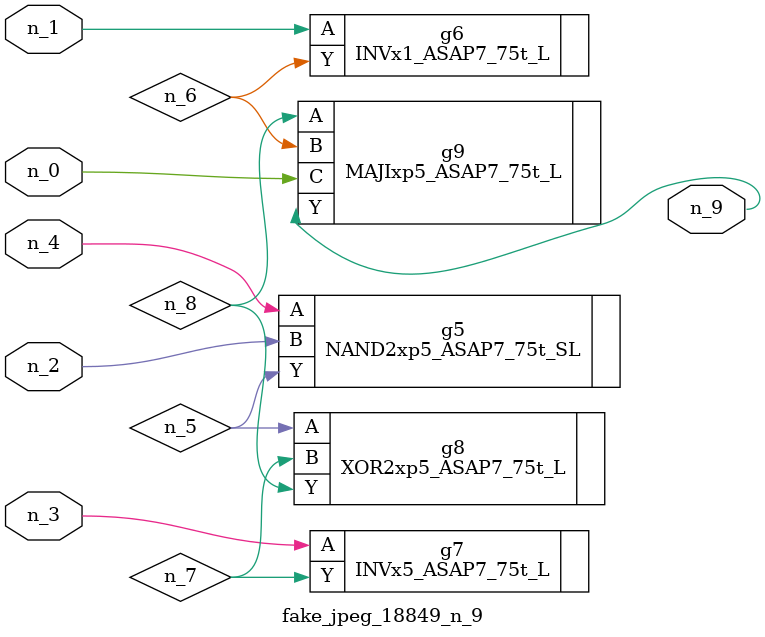
<source format=v>
module fake_jpeg_18849_n_9 (n_3, n_2, n_1, n_0, n_4, n_9);

input n_3;
input n_2;
input n_1;
input n_0;
input n_4;

output n_9;

wire n_8;
wire n_6;
wire n_5;
wire n_7;

NAND2xp5_ASAP7_75t_SL g5 ( 
.A(n_4),
.B(n_2),
.Y(n_5)
);

INVx1_ASAP7_75t_L g6 ( 
.A(n_1),
.Y(n_6)
);

INVx5_ASAP7_75t_L g7 ( 
.A(n_3),
.Y(n_7)
);

XOR2xp5_ASAP7_75t_L g8 ( 
.A(n_5),
.B(n_7),
.Y(n_8)
);

MAJIxp5_ASAP7_75t_L g9 ( 
.A(n_8),
.B(n_6),
.C(n_0),
.Y(n_9)
);


endmodule
</source>
